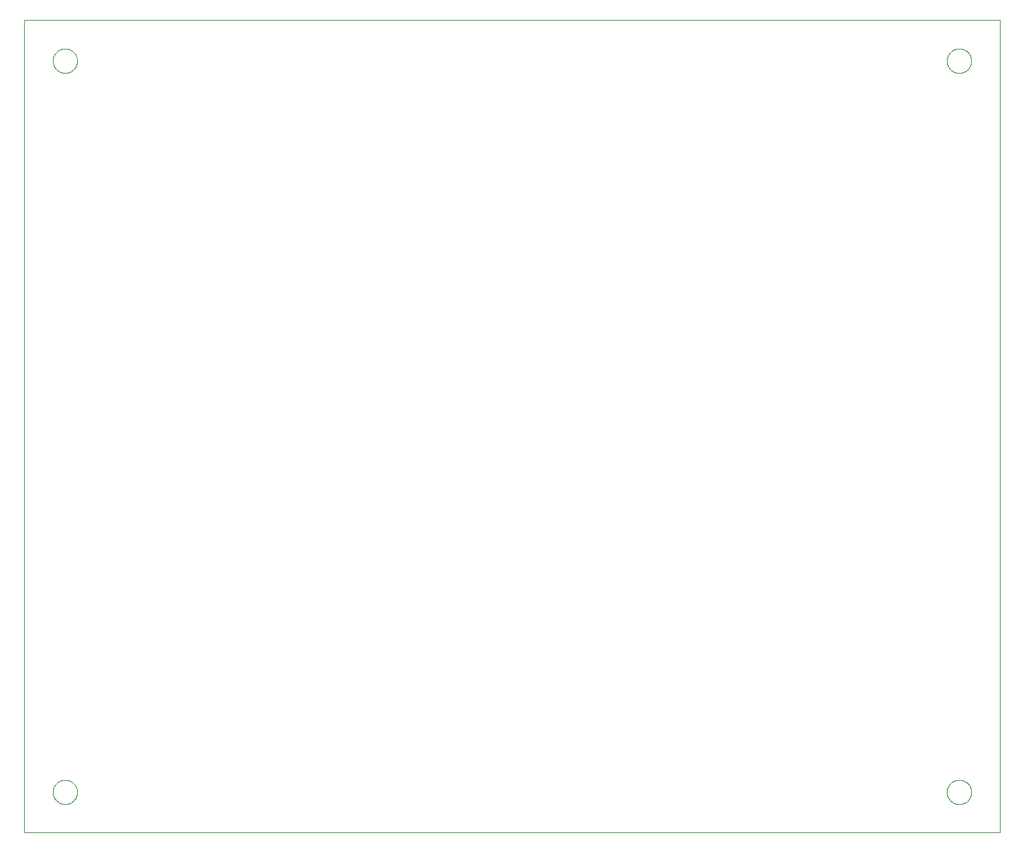
<source format=gbp>
G75*
%MOIN*%
%OFA0B0*%
%FSLAX25Y25*%
%IPPOS*%
%LPD*%
%AMOC8*
5,1,8,0,0,1.08239X$1,22.5*
%
%ADD10C,0.00000*%
D10*
X0001800Y0003582D02*
X0001800Y0397283D01*
X0474241Y0397283D01*
X0474241Y0003582D01*
X0001800Y0003582D01*
X0015579Y0023267D02*
X0015581Y0023420D01*
X0015587Y0023574D01*
X0015597Y0023727D01*
X0015611Y0023879D01*
X0015629Y0024032D01*
X0015651Y0024183D01*
X0015676Y0024334D01*
X0015706Y0024485D01*
X0015740Y0024635D01*
X0015777Y0024783D01*
X0015818Y0024931D01*
X0015863Y0025077D01*
X0015912Y0025223D01*
X0015965Y0025367D01*
X0016021Y0025509D01*
X0016081Y0025650D01*
X0016145Y0025790D01*
X0016212Y0025928D01*
X0016283Y0026064D01*
X0016358Y0026198D01*
X0016435Y0026330D01*
X0016517Y0026460D01*
X0016601Y0026588D01*
X0016689Y0026714D01*
X0016780Y0026837D01*
X0016874Y0026958D01*
X0016972Y0027076D01*
X0017072Y0027192D01*
X0017176Y0027305D01*
X0017282Y0027416D01*
X0017391Y0027524D01*
X0017503Y0027629D01*
X0017617Y0027730D01*
X0017735Y0027829D01*
X0017854Y0027925D01*
X0017976Y0028018D01*
X0018101Y0028107D01*
X0018228Y0028194D01*
X0018357Y0028276D01*
X0018488Y0028356D01*
X0018621Y0028432D01*
X0018756Y0028505D01*
X0018893Y0028574D01*
X0019032Y0028639D01*
X0019172Y0028701D01*
X0019314Y0028759D01*
X0019457Y0028814D01*
X0019602Y0028865D01*
X0019748Y0028912D01*
X0019895Y0028955D01*
X0020043Y0028994D01*
X0020192Y0029030D01*
X0020342Y0029061D01*
X0020493Y0029089D01*
X0020644Y0029113D01*
X0020797Y0029133D01*
X0020949Y0029149D01*
X0021102Y0029161D01*
X0021255Y0029169D01*
X0021408Y0029173D01*
X0021562Y0029173D01*
X0021715Y0029169D01*
X0021868Y0029161D01*
X0022021Y0029149D01*
X0022173Y0029133D01*
X0022326Y0029113D01*
X0022477Y0029089D01*
X0022628Y0029061D01*
X0022778Y0029030D01*
X0022927Y0028994D01*
X0023075Y0028955D01*
X0023222Y0028912D01*
X0023368Y0028865D01*
X0023513Y0028814D01*
X0023656Y0028759D01*
X0023798Y0028701D01*
X0023938Y0028639D01*
X0024077Y0028574D01*
X0024214Y0028505D01*
X0024349Y0028432D01*
X0024482Y0028356D01*
X0024613Y0028276D01*
X0024742Y0028194D01*
X0024869Y0028107D01*
X0024994Y0028018D01*
X0025116Y0027925D01*
X0025235Y0027829D01*
X0025353Y0027730D01*
X0025467Y0027629D01*
X0025579Y0027524D01*
X0025688Y0027416D01*
X0025794Y0027305D01*
X0025898Y0027192D01*
X0025998Y0027076D01*
X0026096Y0026958D01*
X0026190Y0026837D01*
X0026281Y0026714D01*
X0026369Y0026588D01*
X0026453Y0026460D01*
X0026535Y0026330D01*
X0026612Y0026198D01*
X0026687Y0026064D01*
X0026758Y0025928D01*
X0026825Y0025790D01*
X0026889Y0025650D01*
X0026949Y0025509D01*
X0027005Y0025367D01*
X0027058Y0025223D01*
X0027107Y0025077D01*
X0027152Y0024931D01*
X0027193Y0024783D01*
X0027230Y0024635D01*
X0027264Y0024485D01*
X0027294Y0024334D01*
X0027319Y0024183D01*
X0027341Y0024032D01*
X0027359Y0023879D01*
X0027373Y0023727D01*
X0027383Y0023574D01*
X0027389Y0023420D01*
X0027391Y0023267D01*
X0027389Y0023114D01*
X0027383Y0022960D01*
X0027373Y0022807D01*
X0027359Y0022655D01*
X0027341Y0022502D01*
X0027319Y0022351D01*
X0027294Y0022200D01*
X0027264Y0022049D01*
X0027230Y0021899D01*
X0027193Y0021751D01*
X0027152Y0021603D01*
X0027107Y0021457D01*
X0027058Y0021311D01*
X0027005Y0021167D01*
X0026949Y0021025D01*
X0026889Y0020884D01*
X0026825Y0020744D01*
X0026758Y0020606D01*
X0026687Y0020470D01*
X0026612Y0020336D01*
X0026535Y0020204D01*
X0026453Y0020074D01*
X0026369Y0019946D01*
X0026281Y0019820D01*
X0026190Y0019697D01*
X0026096Y0019576D01*
X0025998Y0019458D01*
X0025898Y0019342D01*
X0025794Y0019229D01*
X0025688Y0019118D01*
X0025579Y0019010D01*
X0025467Y0018905D01*
X0025353Y0018804D01*
X0025235Y0018705D01*
X0025116Y0018609D01*
X0024994Y0018516D01*
X0024869Y0018427D01*
X0024742Y0018340D01*
X0024613Y0018258D01*
X0024482Y0018178D01*
X0024349Y0018102D01*
X0024214Y0018029D01*
X0024077Y0017960D01*
X0023938Y0017895D01*
X0023798Y0017833D01*
X0023656Y0017775D01*
X0023513Y0017720D01*
X0023368Y0017669D01*
X0023222Y0017622D01*
X0023075Y0017579D01*
X0022927Y0017540D01*
X0022778Y0017504D01*
X0022628Y0017473D01*
X0022477Y0017445D01*
X0022326Y0017421D01*
X0022173Y0017401D01*
X0022021Y0017385D01*
X0021868Y0017373D01*
X0021715Y0017365D01*
X0021562Y0017361D01*
X0021408Y0017361D01*
X0021255Y0017365D01*
X0021102Y0017373D01*
X0020949Y0017385D01*
X0020797Y0017401D01*
X0020644Y0017421D01*
X0020493Y0017445D01*
X0020342Y0017473D01*
X0020192Y0017504D01*
X0020043Y0017540D01*
X0019895Y0017579D01*
X0019748Y0017622D01*
X0019602Y0017669D01*
X0019457Y0017720D01*
X0019314Y0017775D01*
X0019172Y0017833D01*
X0019032Y0017895D01*
X0018893Y0017960D01*
X0018756Y0018029D01*
X0018621Y0018102D01*
X0018488Y0018178D01*
X0018357Y0018258D01*
X0018228Y0018340D01*
X0018101Y0018427D01*
X0017976Y0018516D01*
X0017854Y0018609D01*
X0017735Y0018705D01*
X0017617Y0018804D01*
X0017503Y0018905D01*
X0017391Y0019010D01*
X0017282Y0019118D01*
X0017176Y0019229D01*
X0017072Y0019342D01*
X0016972Y0019458D01*
X0016874Y0019576D01*
X0016780Y0019697D01*
X0016689Y0019820D01*
X0016601Y0019946D01*
X0016517Y0020074D01*
X0016435Y0020204D01*
X0016358Y0020336D01*
X0016283Y0020470D01*
X0016212Y0020606D01*
X0016145Y0020744D01*
X0016081Y0020884D01*
X0016021Y0021025D01*
X0015965Y0021167D01*
X0015912Y0021311D01*
X0015863Y0021457D01*
X0015818Y0021603D01*
X0015777Y0021751D01*
X0015740Y0021899D01*
X0015706Y0022049D01*
X0015676Y0022200D01*
X0015651Y0022351D01*
X0015629Y0022502D01*
X0015611Y0022655D01*
X0015597Y0022807D01*
X0015587Y0022960D01*
X0015581Y0023114D01*
X0015579Y0023267D01*
X0015579Y0377598D02*
X0015581Y0377751D01*
X0015587Y0377905D01*
X0015597Y0378058D01*
X0015611Y0378210D01*
X0015629Y0378363D01*
X0015651Y0378514D01*
X0015676Y0378665D01*
X0015706Y0378816D01*
X0015740Y0378966D01*
X0015777Y0379114D01*
X0015818Y0379262D01*
X0015863Y0379408D01*
X0015912Y0379554D01*
X0015965Y0379698D01*
X0016021Y0379840D01*
X0016081Y0379981D01*
X0016145Y0380121D01*
X0016212Y0380259D01*
X0016283Y0380395D01*
X0016358Y0380529D01*
X0016435Y0380661D01*
X0016517Y0380791D01*
X0016601Y0380919D01*
X0016689Y0381045D01*
X0016780Y0381168D01*
X0016874Y0381289D01*
X0016972Y0381407D01*
X0017072Y0381523D01*
X0017176Y0381636D01*
X0017282Y0381747D01*
X0017391Y0381855D01*
X0017503Y0381960D01*
X0017617Y0382061D01*
X0017735Y0382160D01*
X0017854Y0382256D01*
X0017976Y0382349D01*
X0018101Y0382438D01*
X0018228Y0382525D01*
X0018357Y0382607D01*
X0018488Y0382687D01*
X0018621Y0382763D01*
X0018756Y0382836D01*
X0018893Y0382905D01*
X0019032Y0382970D01*
X0019172Y0383032D01*
X0019314Y0383090D01*
X0019457Y0383145D01*
X0019602Y0383196D01*
X0019748Y0383243D01*
X0019895Y0383286D01*
X0020043Y0383325D01*
X0020192Y0383361D01*
X0020342Y0383392D01*
X0020493Y0383420D01*
X0020644Y0383444D01*
X0020797Y0383464D01*
X0020949Y0383480D01*
X0021102Y0383492D01*
X0021255Y0383500D01*
X0021408Y0383504D01*
X0021562Y0383504D01*
X0021715Y0383500D01*
X0021868Y0383492D01*
X0022021Y0383480D01*
X0022173Y0383464D01*
X0022326Y0383444D01*
X0022477Y0383420D01*
X0022628Y0383392D01*
X0022778Y0383361D01*
X0022927Y0383325D01*
X0023075Y0383286D01*
X0023222Y0383243D01*
X0023368Y0383196D01*
X0023513Y0383145D01*
X0023656Y0383090D01*
X0023798Y0383032D01*
X0023938Y0382970D01*
X0024077Y0382905D01*
X0024214Y0382836D01*
X0024349Y0382763D01*
X0024482Y0382687D01*
X0024613Y0382607D01*
X0024742Y0382525D01*
X0024869Y0382438D01*
X0024994Y0382349D01*
X0025116Y0382256D01*
X0025235Y0382160D01*
X0025353Y0382061D01*
X0025467Y0381960D01*
X0025579Y0381855D01*
X0025688Y0381747D01*
X0025794Y0381636D01*
X0025898Y0381523D01*
X0025998Y0381407D01*
X0026096Y0381289D01*
X0026190Y0381168D01*
X0026281Y0381045D01*
X0026369Y0380919D01*
X0026453Y0380791D01*
X0026535Y0380661D01*
X0026612Y0380529D01*
X0026687Y0380395D01*
X0026758Y0380259D01*
X0026825Y0380121D01*
X0026889Y0379981D01*
X0026949Y0379840D01*
X0027005Y0379698D01*
X0027058Y0379554D01*
X0027107Y0379408D01*
X0027152Y0379262D01*
X0027193Y0379114D01*
X0027230Y0378966D01*
X0027264Y0378816D01*
X0027294Y0378665D01*
X0027319Y0378514D01*
X0027341Y0378363D01*
X0027359Y0378210D01*
X0027373Y0378058D01*
X0027383Y0377905D01*
X0027389Y0377751D01*
X0027391Y0377598D01*
X0027389Y0377445D01*
X0027383Y0377291D01*
X0027373Y0377138D01*
X0027359Y0376986D01*
X0027341Y0376833D01*
X0027319Y0376682D01*
X0027294Y0376531D01*
X0027264Y0376380D01*
X0027230Y0376230D01*
X0027193Y0376082D01*
X0027152Y0375934D01*
X0027107Y0375788D01*
X0027058Y0375642D01*
X0027005Y0375498D01*
X0026949Y0375356D01*
X0026889Y0375215D01*
X0026825Y0375075D01*
X0026758Y0374937D01*
X0026687Y0374801D01*
X0026612Y0374667D01*
X0026535Y0374535D01*
X0026453Y0374405D01*
X0026369Y0374277D01*
X0026281Y0374151D01*
X0026190Y0374028D01*
X0026096Y0373907D01*
X0025998Y0373789D01*
X0025898Y0373673D01*
X0025794Y0373560D01*
X0025688Y0373449D01*
X0025579Y0373341D01*
X0025467Y0373236D01*
X0025353Y0373135D01*
X0025235Y0373036D01*
X0025116Y0372940D01*
X0024994Y0372847D01*
X0024869Y0372758D01*
X0024742Y0372671D01*
X0024613Y0372589D01*
X0024482Y0372509D01*
X0024349Y0372433D01*
X0024214Y0372360D01*
X0024077Y0372291D01*
X0023938Y0372226D01*
X0023798Y0372164D01*
X0023656Y0372106D01*
X0023513Y0372051D01*
X0023368Y0372000D01*
X0023222Y0371953D01*
X0023075Y0371910D01*
X0022927Y0371871D01*
X0022778Y0371835D01*
X0022628Y0371804D01*
X0022477Y0371776D01*
X0022326Y0371752D01*
X0022173Y0371732D01*
X0022021Y0371716D01*
X0021868Y0371704D01*
X0021715Y0371696D01*
X0021562Y0371692D01*
X0021408Y0371692D01*
X0021255Y0371696D01*
X0021102Y0371704D01*
X0020949Y0371716D01*
X0020797Y0371732D01*
X0020644Y0371752D01*
X0020493Y0371776D01*
X0020342Y0371804D01*
X0020192Y0371835D01*
X0020043Y0371871D01*
X0019895Y0371910D01*
X0019748Y0371953D01*
X0019602Y0372000D01*
X0019457Y0372051D01*
X0019314Y0372106D01*
X0019172Y0372164D01*
X0019032Y0372226D01*
X0018893Y0372291D01*
X0018756Y0372360D01*
X0018621Y0372433D01*
X0018488Y0372509D01*
X0018357Y0372589D01*
X0018228Y0372671D01*
X0018101Y0372758D01*
X0017976Y0372847D01*
X0017854Y0372940D01*
X0017735Y0373036D01*
X0017617Y0373135D01*
X0017503Y0373236D01*
X0017391Y0373341D01*
X0017282Y0373449D01*
X0017176Y0373560D01*
X0017072Y0373673D01*
X0016972Y0373789D01*
X0016874Y0373907D01*
X0016780Y0374028D01*
X0016689Y0374151D01*
X0016601Y0374277D01*
X0016517Y0374405D01*
X0016435Y0374535D01*
X0016358Y0374667D01*
X0016283Y0374801D01*
X0016212Y0374937D01*
X0016145Y0375075D01*
X0016081Y0375215D01*
X0016021Y0375356D01*
X0015965Y0375498D01*
X0015912Y0375642D01*
X0015863Y0375788D01*
X0015818Y0375934D01*
X0015777Y0376082D01*
X0015740Y0376230D01*
X0015706Y0376380D01*
X0015676Y0376531D01*
X0015651Y0376682D01*
X0015629Y0376833D01*
X0015611Y0376986D01*
X0015597Y0377138D01*
X0015587Y0377291D01*
X0015581Y0377445D01*
X0015579Y0377598D01*
X0448650Y0377598D02*
X0448652Y0377751D01*
X0448658Y0377905D01*
X0448668Y0378058D01*
X0448682Y0378210D01*
X0448700Y0378363D01*
X0448722Y0378514D01*
X0448747Y0378665D01*
X0448777Y0378816D01*
X0448811Y0378966D01*
X0448848Y0379114D01*
X0448889Y0379262D01*
X0448934Y0379408D01*
X0448983Y0379554D01*
X0449036Y0379698D01*
X0449092Y0379840D01*
X0449152Y0379981D01*
X0449216Y0380121D01*
X0449283Y0380259D01*
X0449354Y0380395D01*
X0449429Y0380529D01*
X0449506Y0380661D01*
X0449588Y0380791D01*
X0449672Y0380919D01*
X0449760Y0381045D01*
X0449851Y0381168D01*
X0449945Y0381289D01*
X0450043Y0381407D01*
X0450143Y0381523D01*
X0450247Y0381636D01*
X0450353Y0381747D01*
X0450462Y0381855D01*
X0450574Y0381960D01*
X0450688Y0382061D01*
X0450806Y0382160D01*
X0450925Y0382256D01*
X0451047Y0382349D01*
X0451172Y0382438D01*
X0451299Y0382525D01*
X0451428Y0382607D01*
X0451559Y0382687D01*
X0451692Y0382763D01*
X0451827Y0382836D01*
X0451964Y0382905D01*
X0452103Y0382970D01*
X0452243Y0383032D01*
X0452385Y0383090D01*
X0452528Y0383145D01*
X0452673Y0383196D01*
X0452819Y0383243D01*
X0452966Y0383286D01*
X0453114Y0383325D01*
X0453263Y0383361D01*
X0453413Y0383392D01*
X0453564Y0383420D01*
X0453715Y0383444D01*
X0453868Y0383464D01*
X0454020Y0383480D01*
X0454173Y0383492D01*
X0454326Y0383500D01*
X0454479Y0383504D01*
X0454633Y0383504D01*
X0454786Y0383500D01*
X0454939Y0383492D01*
X0455092Y0383480D01*
X0455244Y0383464D01*
X0455397Y0383444D01*
X0455548Y0383420D01*
X0455699Y0383392D01*
X0455849Y0383361D01*
X0455998Y0383325D01*
X0456146Y0383286D01*
X0456293Y0383243D01*
X0456439Y0383196D01*
X0456584Y0383145D01*
X0456727Y0383090D01*
X0456869Y0383032D01*
X0457009Y0382970D01*
X0457148Y0382905D01*
X0457285Y0382836D01*
X0457420Y0382763D01*
X0457553Y0382687D01*
X0457684Y0382607D01*
X0457813Y0382525D01*
X0457940Y0382438D01*
X0458065Y0382349D01*
X0458187Y0382256D01*
X0458306Y0382160D01*
X0458424Y0382061D01*
X0458538Y0381960D01*
X0458650Y0381855D01*
X0458759Y0381747D01*
X0458865Y0381636D01*
X0458969Y0381523D01*
X0459069Y0381407D01*
X0459167Y0381289D01*
X0459261Y0381168D01*
X0459352Y0381045D01*
X0459440Y0380919D01*
X0459524Y0380791D01*
X0459606Y0380661D01*
X0459683Y0380529D01*
X0459758Y0380395D01*
X0459829Y0380259D01*
X0459896Y0380121D01*
X0459960Y0379981D01*
X0460020Y0379840D01*
X0460076Y0379698D01*
X0460129Y0379554D01*
X0460178Y0379408D01*
X0460223Y0379262D01*
X0460264Y0379114D01*
X0460301Y0378966D01*
X0460335Y0378816D01*
X0460365Y0378665D01*
X0460390Y0378514D01*
X0460412Y0378363D01*
X0460430Y0378210D01*
X0460444Y0378058D01*
X0460454Y0377905D01*
X0460460Y0377751D01*
X0460462Y0377598D01*
X0460460Y0377445D01*
X0460454Y0377291D01*
X0460444Y0377138D01*
X0460430Y0376986D01*
X0460412Y0376833D01*
X0460390Y0376682D01*
X0460365Y0376531D01*
X0460335Y0376380D01*
X0460301Y0376230D01*
X0460264Y0376082D01*
X0460223Y0375934D01*
X0460178Y0375788D01*
X0460129Y0375642D01*
X0460076Y0375498D01*
X0460020Y0375356D01*
X0459960Y0375215D01*
X0459896Y0375075D01*
X0459829Y0374937D01*
X0459758Y0374801D01*
X0459683Y0374667D01*
X0459606Y0374535D01*
X0459524Y0374405D01*
X0459440Y0374277D01*
X0459352Y0374151D01*
X0459261Y0374028D01*
X0459167Y0373907D01*
X0459069Y0373789D01*
X0458969Y0373673D01*
X0458865Y0373560D01*
X0458759Y0373449D01*
X0458650Y0373341D01*
X0458538Y0373236D01*
X0458424Y0373135D01*
X0458306Y0373036D01*
X0458187Y0372940D01*
X0458065Y0372847D01*
X0457940Y0372758D01*
X0457813Y0372671D01*
X0457684Y0372589D01*
X0457553Y0372509D01*
X0457420Y0372433D01*
X0457285Y0372360D01*
X0457148Y0372291D01*
X0457009Y0372226D01*
X0456869Y0372164D01*
X0456727Y0372106D01*
X0456584Y0372051D01*
X0456439Y0372000D01*
X0456293Y0371953D01*
X0456146Y0371910D01*
X0455998Y0371871D01*
X0455849Y0371835D01*
X0455699Y0371804D01*
X0455548Y0371776D01*
X0455397Y0371752D01*
X0455244Y0371732D01*
X0455092Y0371716D01*
X0454939Y0371704D01*
X0454786Y0371696D01*
X0454633Y0371692D01*
X0454479Y0371692D01*
X0454326Y0371696D01*
X0454173Y0371704D01*
X0454020Y0371716D01*
X0453868Y0371732D01*
X0453715Y0371752D01*
X0453564Y0371776D01*
X0453413Y0371804D01*
X0453263Y0371835D01*
X0453114Y0371871D01*
X0452966Y0371910D01*
X0452819Y0371953D01*
X0452673Y0372000D01*
X0452528Y0372051D01*
X0452385Y0372106D01*
X0452243Y0372164D01*
X0452103Y0372226D01*
X0451964Y0372291D01*
X0451827Y0372360D01*
X0451692Y0372433D01*
X0451559Y0372509D01*
X0451428Y0372589D01*
X0451299Y0372671D01*
X0451172Y0372758D01*
X0451047Y0372847D01*
X0450925Y0372940D01*
X0450806Y0373036D01*
X0450688Y0373135D01*
X0450574Y0373236D01*
X0450462Y0373341D01*
X0450353Y0373449D01*
X0450247Y0373560D01*
X0450143Y0373673D01*
X0450043Y0373789D01*
X0449945Y0373907D01*
X0449851Y0374028D01*
X0449760Y0374151D01*
X0449672Y0374277D01*
X0449588Y0374405D01*
X0449506Y0374535D01*
X0449429Y0374667D01*
X0449354Y0374801D01*
X0449283Y0374937D01*
X0449216Y0375075D01*
X0449152Y0375215D01*
X0449092Y0375356D01*
X0449036Y0375498D01*
X0448983Y0375642D01*
X0448934Y0375788D01*
X0448889Y0375934D01*
X0448848Y0376082D01*
X0448811Y0376230D01*
X0448777Y0376380D01*
X0448747Y0376531D01*
X0448722Y0376682D01*
X0448700Y0376833D01*
X0448682Y0376986D01*
X0448668Y0377138D01*
X0448658Y0377291D01*
X0448652Y0377445D01*
X0448650Y0377598D01*
X0448650Y0023267D02*
X0448652Y0023420D01*
X0448658Y0023574D01*
X0448668Y0023727D01*
X0448682Y0023879D01*
X0448700Y0024032D01*
X0448722Y0024183D01*
X0448747Y0024334D01*
X0448777Y0024485D01*
X0448811Y0024635D01*
X0448848Y0024783D01*
X0448889Y0024931D01*
X0448934Y0025077D01*
X0448983Y0025223D01*
X0449036Y0025367D01*
X0449092Y0025509D01*
X0449152Y0025650D01*
X0449216Y0025790D01*
X0449283Y0025928D01*
X0449354Y0026064D01*
X0449429Y0026198D01*
X0449506Y0026330D01*
X0449588Y0026460D01*
X0449672Y0026588D01*
X0449760Y0026714D01*
X0449851Y0026837D01*
X0449945Y0026958D01*
X0450043Y0027076D01*
X0450143Y0027192D01*
X0450247Y0027305D01*
X0450353Y0027416D01*
X0450462Y0027524D01*
X0450574Y0027629D01*
X0450688Y0027730D01*
X0450806Y0027829D01*
X0450925Y0027925D01*
X0451047Y0028018D01*
X0451172Y0028107D01*
X0451299Y0028194D01*
X0451428Y0028276D01*
X0451559Y0028356D01*
X0451692Y0028432D01*
X0451827Y0028505D01*
X0451964Y0028574D01*
X0452103Y0028639D01*
X0452243Y0028701D01*
X0452385Y0028759D01*
X0452528Y0028814D01*
X0452673Y0028865D01*
X0452819Y0028912D01*
X0452966Y0028955D01*
X0453114Y0028994D01*
X0453263Y0029030D01*
X0453413Y0029061D01*
X0453564Y0029089D01*
X0453715Y0029113D01*
X0453868Y0029133D01*
X0454020Y0029149D01*
X0454173Y0029161D01*
X0454326Y0029169D01*
X0454479Y0029173D01*
X0454633Y0029173D01*
X0454786Y0029169D01*
X0454939Y0029161D01*
X0455092Y0029149D01*
X0455244Y0029133D01*
X0455397Y0029113D01*
X0455548Y0029089D01*
X0455699Y0029061D01*
X0455849Y0029030D01*
X0455998Y0028994D01*
X0456146Y0028955D01*
X0456293Y0028912D01*
X0456439Y0028865D01*
X0456584Y0028814D01*
X0456727Y0028759D01*
X0456869Y0028701D01*
X0457009Y0028639D01*
X0457148Y0028574D01*
X0457285Y0028505D01*
X0457420Y0028432D01*
X0457553Y0028356D01*
X0457684Y0028276D01*
X0457813Y0028194D01*
X0457940Y0028107D01*
X0458065Y0028018D01*
X0458187Y0027925D01*
X0458306Y0027829D01*
X0458424Y0027730D01*
X0458538Y0027629D01*
X0458650Y0027524D01*
X0458759Y0027416D01*
X0458865Y0027305D01*
X0458969Y0027192D01*
X0459069Y0027076D01*
X0459167Y0026958D01*
X0459261Y0026837D01*
X0459352Y0026714D01*
X0459440Y0026588D01*
X0459524Y0026460D01*
X0459606Y0026330D01*
X0459683Y0026198D01*
X0459758Y0026064D01*
X0459829Y0025928D01*
X0459896Y0025790D01*
X0459960Y0025650D01*
X0460020Y0025509D01*
X0460076Y0025367D01*
X0460129Y0025223D01*
X0460178Y0025077D01*
X0460223Y0024931D01*
X0460264Y0024783D01*
X0460301Y0024635D01*
X0460335Y0024485D01*
X0460365Y0024334D01*
X0460390Y0024183D01*
X0460412Y0024032D01*
X0460430Y0023879D01*
X0460444Y0023727D01*
X0460454Y0023574D01*
X0460460Y0023420D01*
X0460462Y0023267D01*
X0460460Y0023114D01*
X0460454Y0022960D01*
X0460444Y0022807D01*
X0460430Y0022655D01*
X0460412Y0022502D01*
X0460390Y0022351D01*
X0460365Y0022200D01*
X0460335Y0022049D01*
X0460301Y0021899D01*
X0460264Y0021751D01*
X0460223Y0021603D01*
X0460178Y0021457D01*
X0460129Y0021311D01*
X0460076Y0021167D01*
X0460020Y0021025D01*
X0459960Y0020884D01*
X0459896Y0020744D01*
X0459829Y0020606D01*
X0459758Y0020470D01*
X0459683Y0020336D01*
X0459606Y0020204D01*
X0459524Y0020074D01*
X0459440Y0019946D01*
X0459352Y0019820D01*
X0459261Y0019697D01*
X0459167Y0019576D01*
X0459069Y0019458D01*
X0458969Y0019342D01*
X0458865Y0019229D01*
X0458759Y0019118D01*
X0458650Y0019010D01*
X0458538Y0018905D01*
X0458424Y0018804D01*
X0458306Y0018705D01*
X0458187Y0018609D01*
X0458065Y0018516D01*
X0457940Y0018427D01*
X0457813Y0018340D01*
X0457684Y0018258D01*
X0457553Y0018178D01*
X0457420Y0018102D01*
X0457285Y0018029D01*
X0457148Y0017960D01*
X0457009Y0017895D01*
X0456869Y0017833D01*
X0456727Y0017775D01*
X0456584Y0017720D01*
X0456439Y0017669D01*
X0456293Y0017622D01*
X0456146Y0017579D01*
X0455998Y0017540D01*
X0455849Y0017504D01*
X0455699Y0017473D01*
X0455548Y0017445D01*
X0455397Y0017421D01*
X0455244Y0017401D01*
X0455092Y0017385D01*
X0454939Y0017373D01*
X0454786Y0017365D01*
X0454633Y0017361D01*
X0454479Y0017361D01*
X0454326Y0017365D01*
X0454173Y0017373D01*
X0454020Y0017385D01*
X0453868Y0017401D01*
X0453715Y0017421D01*
X0453564Y0017445D01*
X0453413Y0017473D01*
X0453263Y0017504D01*
X0453114Y0017540D01*
X0452966Y0017579D01*
X0452819Y0017622D01*
X0452673Y0017669D01*
X0452528Y0017720D01*
X0452385Y0017775D01*
X0452243Y0017833D01*
X0452103Y0017895D01*
X0451964Y0017960D01*
X0451827Y0018029D01*
X0451692Y0018102D01*
X0451559Y0018178D01*
X0451428Y0018258D01*
X0451299Y0018340D01*
X0451172Y0018427D01*
X0451047Y0018516D01*
X0450925Y0018609D01*
X0450806Y0018705D01*
X0450688Y0018804D01*
X0450574Y0018905D01*
X0450462Y0019010D01*
X0450353Y0019118D01*
X0450247Y0019229D01*
X0450143Y0019342D01*
X0450043Y0019458D01*
X0449945Y0019576D01*
X0449851Y0019697D01*
X0449760Y0019820D01*
X0449672Y0019946D01*
X0449588Y0020074D01*
X0449506Y0020204D01*
X0449429Y0020336D01*
X0449354Y0020470D01*
X0449283Y0020606D01*
X0449216Y0020744D01*
X0449152Y0020884D01*
X0449092Y0021025D01*
X0449036Y0021167D01*
X0448983Y0021311D01*
X0448934Y0021457D01*
X0448889Y0021603D01*
X0448848Y0021751D01*
X0448811Y0021899D01*
X0448777Y0022049D01*
X0448747Y0022200D01*
X0448722Y0022351D01*
X0448700Y0022502D01*
X0448682Y0022655D01*
X0448668Y0022807D01*
X0448658Y0022960D01*
X0448652Y0023114D01*
X0448650Y0023267D01*
M02*

</source>
